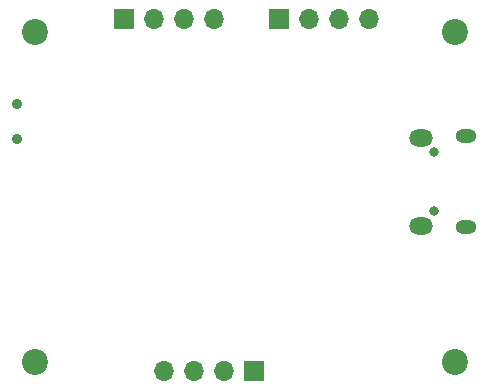
<source format=gbr>
%TF.GenerationSoftware,KiCad,Pcbnew,(6.0.1)*%
%TF.CreationDate,2022-02-23T01:52:36+01:00*%
%TF.ProjectId,stm32myPill,73746d33-326d-4795-9069-6c6c2e6b6963,rev?*%
%TF.SameCoordinates,Original*%
%TF.FileFunction,Soldermask,Bot*%
%TF.FilePolarity,Negative*%
%FSLAX46Y46*%
G04 Gerber Fmt 4.6, Leading zero omitted, Abs format (unit mm)*
G04 Created by KiCad (PCBNEW (6.0.1)) date 2022-02-23 01:52:36*
%MOMM*%
%LPD*%
G01*
G04 APERTURE LIST*
%ADD10O,0.800000X0.800000*%
%ADD11O,2.000000X1.450000*%
%ADD12O,1.800000X1.150000*%
%ADD13R,1.700000X1.700000*%
%ADD14O,1.700000X1.700000*%
%ADD15C,2.200000*%
%ADD16C,0.900000*%
G04 APERTURE END LIST*
D10*
%TO.C,J1*%
X116345000Y-76245000D03*
X116345000Y-81245000D03*
D11*
X115295000Y-75020000D03*
X115295000Y-82470000D03*
D12*
X119095000Y-82620000D03*
X119095000Y-74870000D03*
%TD*%
D13*
%TO.C,J4*%
X101080000Y-94750000D03*
D14*
X98540000Y-94750000D03*
X96000000Y-94750000D03*
X93460000Y-94750000D03*
%TD*%
D15*
%TO.C,H1*%
X82550000Y-66040000D03*
%TD*%
D13*
%TO.C,J3*%
X103210000Y-65000000D03*
D14*
X105750000Y-65000000D03*
X108290000Y-65000000D03*
X110830000Y-65000000D03*
%TD*%
D16*
%TO.C,SW1*%
X81044000Y-72160000D03*
X81044000Y-75160000D03*
%TD*%
D15*
%TO.C,H4*%
X82550000Y-93980000D03*
%TD*%
%TO.C,H2*%
X118110000Y-66040000D03*
%TD*%
D13*
%TO.C,J2*%
X90120000Y-65000000D03*
D14*
X92660000Y-65000000D03*
X95200000Y-65000000D03*
X97740000Y-65000000D03*
%TD*%
D15*
%TO.C,H3*%
X118110000Y-93980000D03*
%TD*%
M02*

</source>
